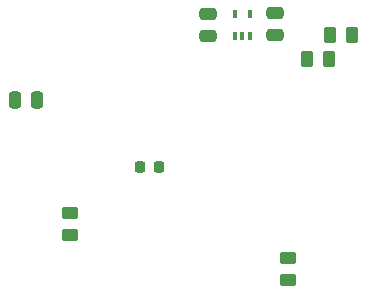
<source format=gbr>
%TF.GenerationSoftware,KiCad,Pcbnew,8.0.8+dfsg-1*%
%TF.CreationDate,2025-08-13T01:43:47+05:30*%
%TF.ProjectId,sanket,73616e6b-6574-42e6-9b69-6361645f7063,6*%
%TF.SameCoordinates,Original*%
%TF.FileFunction,Paste,Top*%
%TF.FilePolarity,Positive*%
%FSLAX46Y46*%
G04 Gerber Fmt 4.6, Leading zero omitted, Abs format (unit mm)*
G04 Created by KiCad (PCBNEW 8.0.8+dfsg-1) date 2025-08-13 01:43:47*
%MOMM*%
%LPD*%
G01*
G04 APERTURE LIST*
G04 Aperture macros list*
%AMRoundRect*
0 Rectangle with rounded corners*
0 $1 Rounding radius*
0 $2 $3 $4 $5 $6 $7 $8 $9 X,Y pos of 4 corners*
0 Add a 4 corners polygon primitive as box body*
4,1,4,$2,$3,$4,$5,$6,$7,$8,$9,$2,$3,0*
0 Add four circle primitives for the rounded corners*
1,1,$1+$1,$2,$3*
1,1,$1+$1,$4,$5*
1,1,$1+$1,$6,$7*
1,1,$1+$1,$8,$9*
0 Add four rect primitives between the rounded corners*
20,1,$1+$1,$2,$3,$4,$5,0*
20,1,$1+$1,$4,$5,$6,$7,0*
20,1,$1+$1,$6,$7,$8,$9,0*
20,1,$1+$1,$8,$9,$2,$3,0*%
G04 Aperture macros list end*
%ADD10RoundRect,0.250000X0.450000X-0.262500X0.450000X0.262500X-0.450000X0.262500X-0.450000X-0.262500X0*%
%ADD11RoundRect,0.250000X-0.262500X-0.450000X0.262500X-0.450000X0.262500X0.450000X-0.262500X0.450000X0*%
%ADD12RoundRect,0.225000X0.225000X0.250000X-0.225000X0.250000X-0.225000X-0.250000X0.225000X-0.250000X0*%
%ADD13RoundRect,0.250000X0.262500X0.450000X-0.262500X0.450000X-0.262500X-0.450000X0.262500X-0.450000X0*%
%ADD14RoundRect,0.250000X0.250000X0.475000X-0.250000X0.475000X-0.250000X-0.475000X0.250000X-0.475000X0*%
%ADD15RoundRect,0.250000X-0.475000X0.250000X-0.475000X-0.250000X0.475000X-0.250000X0.475000X0.250000X0*%
%ADD16RoundRect,0.100000X0.100000X-0.225000X0.100000X0.225000X-0.100000X0.225000X-0.100000X-0.225000X0*%
%ADD17RoundRect,0.250000X0.475000X-0.250000X0.475000X0.250000X-0.475000X0.250000X-0.475000X-0.250000X0*%
G04 APERTURE END LIST*
D10*
%TO.C,R5*%
X137004100Y-80103100D03*
X137004100Y-78278100D03*
%TD*%
D11*
%TO.C,R1*%
X140587400Y-59378600D03*
X142412400Y-59378600D03*
%TD*%
D12*
%TO.C,R11*%
X126095100Y-70554600D03*
X124545100Y-70554600D03*
%TD*%
D13*
%TO.C,R2*%
X140480100Y-61410600D03*
X138655100Y-61410600D03*
%TD*%
D14*
%TO.C,R6*%
X115790099Y-64839600D03*
X113890099Y-64839600D03*
%TD*%
D15*
%TO.C,C1*%
X135962700Y-57463400D03*
X135962700Y-59363400D03*
%TD*%
D16*
%TO.C,U2*%
X132518700Y-59465000D03*
X133168700Y-59465000D03*
X133818700Y-59465000D03*
X133818700Y-57565000D03*
X132518700Y-57565000D03*
%TD*%
D17*
%TO.C,C2*%
X130273100Y-59449800D03*
X130273100Y-57549800D03*
%TD*%
D10*
%TO.C,R16*%
X118589100Y-76293100D03*
X118589100Y-74468100D03*
%TD*%
M02*

</source>
